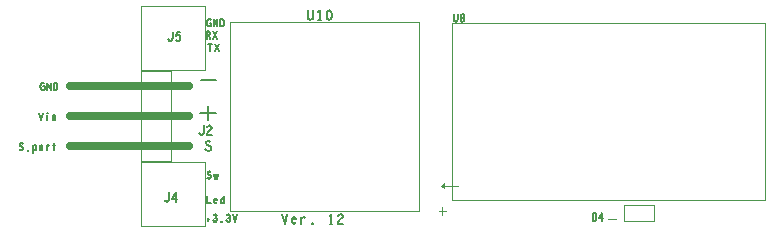
<source format=gto>
G04 ================== begin FILE IDENTIFICATION RECORD ==================*
G04 Layout Name:  RC-TranponderV12.brd*
G04 Film Name:    Silkscreen_top*
G04 File Format:  Gerber RS274X*
G04 File Origin:  Cadence Allegro 17.2-S042*
G04 Origin Date:  Fri Apr 26 16:06:40 2019*
G04 *
G04 Layer:  PACKAGE GEOMETRY/SILKSCREEN_TOP*
G04 Layer:  BOARD GEOMETRY/SILKSCREEN_TOP*
G04 Layer:  REF DES/SILKSCREEN_TOP*
G04 *
G04 Offset:    (0.0000 0.0000)*
G04 Mirror:    No*
G04 Mode:      Positive*
G04 Rotation:  0*
G04 FullContactRelief:  No*
G04 UndefLineWidth:     0.1500*
G04 ================== end FILE IDENTIFICATION RECORD ====================*
%FSAX55Y55*MOMM*%
%IR0*IPPOS*OFA0.00000B0.00000*MIA0B0*SFA1.00000B1.00000*%
%ADD10C,.1*%
%ADD11C,.2*%
%ADD12C,.13*%
%ADD13C,.64*%
%ADD14C,.15*%
G75*
%LPD*%
G75*
G54D10*
G01X-0004350000Y0000510000D02*
X-0003810000Y0000510000D01*
X-0003810000Y-0000030000D01*
X-0004350000Y-0000030000D01*
X-0004350000Y0000510000D01*
G01X-0004096000Y0000519000D02*
X-0004350000Y0000519000D01*
X-0004350000Y0001281000D01*
X-0004096000Y0001281000D01*
X-0004096000Y0000519000D01*
G01X-0004350000Y0001830000D02*
X-0003810000Y0001830000D01*
X-0003810000Y0001290000D01*
X-0004350000Y0001290000D01*
X-0004350000Y0001830000D01*
G01X-0003600000Y0000095000D02*
X-0002000000Y0000095000D01*
X-0002000000Y0001695000D01*
X-0003600000Y0001695000D01*
X-0003600000Y0000095000D01*
G01X-0001770000Y0000100000D02*
X-0001830000Y0000100000D01*
G01X-0001800000Y0000130000D02*
X-0001800000Y0000065000D01*
G01X-0001715000Y0000185000D02*
X-0001715000Y0001685000D01*
X0000935000Y0001685000D01*
X0000935000Y0000185000D01*
X-0001715000Y0000185000D01*
G01X-0001796000Y0000318000D02*
X-0001795000Y0000319000D01*
X-0001795000Y0000303000D01*
G01X-0001812000Y0000311000D02*
X-0001788000Y0000287000D01*
X-0001788000Y0000335000D01*
X-0001812000Y0000311000D01*
X-0001670000Y0000311000D01*
G01X-0000325000Y0000030000D02*
X-0000395000Y0000030000D01*
G01X-0000005000Y0000010000D02*
X-0000265000Y0000010000D01*
X-0000265000Y0000150000D01*
X-0000005000Y0000150000D01*
X-0000005000Y0000010000D01*
G01X0000935000Y0001685000D02*
X0000935000Y0000185000D01*
G54D11*
G01X-0003850000Y0000925000D02*
X-0003715000Y0000925000D01*
G01X-0003785000Y0000985000D02*
X-0003785000Y0000865000D01*
G01X-0003845000Y0001205000D02*
X-0003715000Y0001205000D01*
G54D12*
G01X-0004150670Y0000191000D02*
X-0004146000Y0000183000D01*
X-0004140400Y0000177670D01*
X-0004133870Y0000175000D01*
X-0004126400Y0000177670D01*
X-0004120800Y0000183000D01*
X-0004115200Y0000191000D01*
X-0004113330Y0000201670D01*
X-0004113330Y0000255000D01*
G01X-0004056800Y0000175000D02*
X-0004056800Y0000255000D01*
X-0004091330Y0000197670D01*
X-0004044670Y0000197670D01*
G01X-0004120670Y0001551000D02*
X-0004116000Y0001543000D01*
X-0004110400Y0001537670D01*
X-0004103870Y0001535000D01*
X-0004096400Y0001537670D01*
X-0004090800Y0001543000D01*
X-0004085200Y0001551000D01*
X-0004083330Y0001561670D01*
X-0004083330Y0001615000D01*
G01X-0004058530Y0001547000D02*
X-0004052930Y0001540330D01*
X-0004046400Y0001536330D01*
X-0004038000Y0001535000D01*
X-0004029600Y0001537670D01*
X-0004023070Y0001543000D01*
X-0004018400Y0001552330D01*
X-0004017470Y0001563000D01*
X-0004019330Y0001573670D01*
X-0004024000Y0001580330D01*
X-0004030530Y0001585670D01*
X-0004037070Y0001587000D01*
X-0004043600Y0001585670D01*
X-0004052000Y0001580330D01*
X-0004049200Y0001615000D01*
X-0004024000Y0001615000D01*
G01X-0003855670Y0000756000D02*
X-0003851000Y0000748000D01*
X-0003845400Y0000742670D01*
X-0003838870Y0000740000D01*
X-0003831400Y0000742670D01*
X-0003825800Y0000748000D01*
X-0003820200Y0000756000D01*
X-0003818330Y0000766670D01*
X-0003818330Y0000820000D01*
G01X-0003790730Y0000806670D02*
X-0003785130Y0000814670D01*
X-0003778600Y0000818670D01*
X-0003771130Y0000820000D01*
X-0003761800Y0000817330D01*
X-0003755270Y0000810670D01*
X-0003753400Y0000802670D01*
X-0003754330Y0000794660D01*
X-0003758070Y0000788000D01*
X-0003776730Y0000774670D01*
X-0003785130Y0000765330D01*
X-0003790730Y0000752000D01*
X-0003792600Y0000740000D01*
X-0003753400Y0000740000D01*
G54D13*
G01X-0003946000Y0000646000D02*
X-0004950000Y0000646000D01*
G01X-0003946000Y0001154000D02*
X-0004950000Y0001154000D01*
G01X-0003946000Y0000900000D02*
X-0004950000Y0000900000D01*
G54D14*
G01X-0005216610Y0000928500D02*
X-0005199680Y0000865000D01*
X-0005182750Y0000928500D01*
G01X-0005143800Y0000907330D02*
X-0005143800Y0000865000D01*
G01X-0005143800Y0000924270D02*
X-0005145150Y0000925320D01*
X-0005145150Y0000927440D01*
X-0005143800Y0000928500D01*
X-0005142450Y0000927440D01*
X-0005142450Y0000925320D01*
X-0005143800Y0000924270D01*
G01X-0005099440Y0000865000D02*
X-0005099440Y0000907330D01*
G01X-0005099440Y0000896750D02*
X-0005096730Y0000902040D01*
X-0005092660Y0000906270D01*
X-0005087240Y0000907330D01*
X-0005082500Y0000906270D01*
X-0005078440Y0000902040D01*
X-0005076400Y0000894630D01*
X-0005076400Y0000865000D01*
G01X-0005378900Y0000618460D02*
X-0005373490Y0000613170D01*
X-0005367390Y0000610000D01*
X-0005361970Y0000610000D01*
X-0005356550Y0000613170D01*
X-0005352490Y0000618460D01*
X-0005350460Y0000625880D01*
X-0005351810Y0000633280D01*
X-0005355200Y0000639630D01*
X-0005361290Y0000643870D01*
X-0005369420Y0000645980D01*
X-0005374160Y0000650220D01*
X-0005376200Y0000657620D01*
X-0005374840Y0000665030D01*
X-0005371450Y0000670320D01*
X-0005366710Y0000673500D01*
X-0005361970Y0000673500D01*
X-0005357230Y0000671380D01*
X-0005353160Y0000666090D01*
G01X-0005308800Y0000607880D02*
X-0005310150Y0000608940D01*
X-0005310150Y0000611060D01*
X-0005308800Y0000612120D01*
X-0005307450Y0000611060D01*
X-0005307450Y0000608940D01*
X-0005308800Y0000607880D01*
G01X-0005265110Y0000588830D02*
X-0005265110Y0000652330D01*
G01X-0005265110Y0000642810D02*
X-0005261730Y0000648100D01*
X-0005258340Y0000651270D01*
X-0005252920Y0000652330D01*
X-0005248180Y0000651270D01*
X-0005243440Y0000645980D01*
X-0005241400Y0000638570D01*
X-0005240730Y0000631170D01*
X-0005241400Y0000623760D01*
X-0005243440Y0000616350D01*
X-0005247500Y0000612120D01*
X-0005252920Y0000610000D01*
X-0005257660Y0000611060D01*
X-0005262400Y0000614230D01*
X-0005265110Y0000618460D01*
G01X-0005197040Y0000610000D02*
X-0005201100Y0000611060D01*
X-0005205170Y0000615290D01*
X-0005207880Y0000622700D01*
X-0005209230Y0000631170D01*
X-0005207880Y0000639630D01*
X-0005205170Y0000647040D01*
X-0005201100Y0000651270D01*
X-0005197040Y0000652330D01*
X-0005192980Y0000651270D01*
X-0005188910Y0000647040D01*
X-0005186200Y0000639630D01*
X-0005185520Y0000631170D01*
X-0005186200Y0000622700D01*
X-0005188910Y0000615290D01*
X-0005192980Y0000611060D01*
X-0005197040Y0000610000D01*
G01X-0005150640Y0000610000D02*
X-0005150640Y0000652330D01*
G01X-0005150640Y0000643870D02*
X-0005147260Y0000648100D01*
X-0005143870Y0000651270D01*
X-0005139130Y0000652330D01*
X-0005135740Y0000651270D01*
X-0005131680Y0000648100D01*
G01X-0005085280Y0000673500D02*
X-0005085280Y0000610000D01*
G01X-0005094760Y0000652330D02*
X-0005075800Y0000652330D01*
G01X-0005180620Y0001151750D02*
X-0005167070Y0001151750D01*
X-0005167070Y0001132700D01*
X-0005171130Y0001126350D01*
X-0005175870Y0001122120D01*
X-0005182650Y0001120000D01*
X-0005189420Y0001122120D01*
X-0005194160Y0001126350D01*
X-0005198230Y0001132700D01*
X-0005200940Y0001140110D01*
X-0005202290Y0001148570D01*
X-0005202290Y0001155980D01*
X-0005200940Y0001162330D01*
X-0005198230Y0001169740D01*
X-0005194160Y0001176090D01*
X-0005190100Y0001180320D01*
X-0005184680Y0001183500D01*
X-0005179940Y0001183500D01*
X-0005174520Y0001181380D01*
X-0005170460Y0001177150D01*
G01X-0005144380Y0001120000D02*
X-0005144380Y0001183500D01*
X-0005113220Y0001120000D01*
X-0005113220Y0001183500D01*
G01X-0005087820Y0001120000D02*
X-0005087820Y0001183500D01*
X-0005074270Y0001183500D01*
X-0005068860Y0001180320D01*
X-0005064790Y0001176090D01*
X-0005061400Y0001169740D01*
X-0005058700Y0001162330D01*
X-0005058020Y0001151750D01*
X-0005058700Y0001141170D01*
X-0005061400Y0001133760D01*
X-0005064790Y0001127410D01*
X-0005068860Y0001123170D01*
X-0005074270Y0001120000D01*
X-0005087820Y0001120000D01*
G01X-0003787130Y0000026170D02*
X-0003770870Y0000026170D01*
G01X-0003779680Y0000039930D02*
X-0003779680Y0000012410D01*
G01X-0003738700Y0000017700D02*
X-0003734640Y0000010290D01*
X-0003729220Y0000006060D01*
X-0003723120Y0000005000D01*
X-0003717700Y0000006060D01*
X-0003712280Y0000011350D01*
X-0003708900Y0000017700D01*
X-0003708220Y0000024050D01*
X-0003709580Y0000031460D01*
X-0003714320Y0000036750D01*
X-0003719060Y0000038870D01*
X-0003725150Y0000038870D01*
G01X-0003719060Y0000038870D02*
X-0003714990Y0000042040D01*
X-0003711610Y0000047330D01*
X-0003710250Y0000053680D01*
X-0003711610Y0000060030D01*
X-0003714990Y0000065320D01*
X-0003721090Y0000068500D01*
X-0003727190Y0000067440D01*
X-0003733280Y0000063210D01*
G01X-0003667920Y0000002880D02*
X-0003669270Y0000003940D01*
X-0003669270Y0000006060D01*
X-0003667920Y0000007120D01*
X-0003666570Y0000006060D01*
X-0003666570Y0000003940D01*
X-0003667920Y0000002880D01*
G01X-0003626940Y0000017700D02*
X-0003622880Y0000010290D01*
X-0003617460Y0000006060D01*
X-0003611360Y0000005000D01*
X-0003605940Y0000006060D01*
X-0003600520Y0000011350D01*
X-0003597140Y0000017700D01*
X-0003596460Y0000024050D01*
X-0003597820Y0000031460D01*
X-0003602560Y0000036750D01*
X-0003607300Y0000038870D01*
X-0003613390Y0000038870D01*
G01X-0003607300Y0000038870D02*
X-0003603230Y0000042040D01*
X-0003599850Y0000047330D01*
X-0003598490Y0000053680D01*
X-0003599850Y0000060030D01*
X-0003603230Y0000065320D01*
X-0003609330Y0000068500D01*
X-0003615430Y0000067440D01*
X-0003621520Y0000063210D01*
G01X-0003573090Y0000068500D02*
X-0003556160Y0000005000D01*
X-0003539230Y0000068500D01*
G01X-0003788230Y0000223500D02*
X-0003788230Y0000160000D01*
X-0003761130Y0000160000D01*
G01X-0003728960Y0000188570D02*
X-0003707280Y0000188570D01*
X-0003709320Y0000195980D01*
X-0003712700Y0000200220D01*
X-0003717450Y0000202330D01*
X-0003722190Y0000201270D01*
X-0003726250Y0000198100D01*
X-0003728960Y0000190690D01*
X-0003730320Y0000184340D01*
X-0003730320Y0000177990D01*
X-0003728960Y0000171640D01*
X-0003725570Y0000165290D01*
X-0003721510Y0000161060D01*
X-0003716770Y0000160000D01*
X-0003712030Y0000162120D01*
X-0003707280Y0000168460D01*
G01X-0003650730Y0000223500D02*
X-0003650730Y0000160000D01*
G01X-0003650730Y0000169520D02*
X-0003653440Y0000164230D01*
X-0003657500Y0000161060D01*
X-0003662240Y0000160000D01*
X-0003667660Y0000162120D01*
X-0003671730Y0000167410D01*
X-0003674440Y0000173760D01*
X-0003675110Y0000181170D01*
X-0003674440Y0000188570D01*
X-0003671730Y0000194930D01*
X-0003667660Y0000200220D01*
X-0003662240Y0000202330D01*
X-0003657500Y0000201270D01*
X-0003654110Y0000199160D01*
X-0003650730Y0000194930D01*
G01X-0003788900Y0000378460D02*
X-0003783490Y0000373170D01*
X-0003777390Y0000370000D01*
X-0003771970Y0000370000D01*
X-0003766550Y0000373170D01*
X-0003762490Y0000378460D01*
X-0003760460Y0000385880D01*
X-0003761810Y0000393280D01*
X-0003765200Y0000399630D01*
X-0003771290Y0000403870D01*
X-0003779420Y0000405980D01*
X-0003784160Y0000410220D01*
X-0003786200Y0000417620D01*
X-0003784840Y0000425030D01*
X-0003781450Y0000430320D01*
X-0003776710Y0000433500D01*
X-0003771970Y0000433500D01*
X-0003767230Y0000431380D01*
X-0003763160Y0000426090D01*
G01X-0003735730Y0000412330D02*
X-0003727610Y0000370000D01*
X-0003718800Y0000412330D01*
X-0003709990Y0000370000D01*
X-0003701870Y0000412330D01*
G01X-0003805870Y0000619810D02*
X-0003797830Y0000611350D01*
X-0003786570Y0000605000D01*
X-0003776910Y0000605000D01*
X-0003767260Y0000609230D01*
X-0003760830Y0000615580D01*
X-0003757610Y0000624050D01*
X-0003759220Y0000636750D01*
X-0003765650Y0000643100D01*
X-0003794610Y0000655800D01*
X-0003801040Y0000670620D01*
X-0003797830Y0000681200D01*
X-0003791390Y0000687550D01*
X-0003781740Y0000689660D01*
X-0003772090Y0000687550D01*
X-0003762440Y0000681200D01*
G01X-0003764680Y0001513500D02*
X-0003764680Y0001450000D01*
G01X-0003780260Y0001513500D02*
X-0003749100Y0001513500D01*
G01X-0003723020Y0001450000D02*
X-0003694580Y0001513500D01*
G01X-0003723020Y0001513500D02*
X-0003694580Y0001450000D01*
G01X-0003793230Y0001555000D02*
X-0003793230Y0001618500D01*
X-0003776290Y0001618500D01*
X-0003770870Y0001615320D01*
X-0003767490Y0001611090D01*
X-0003766130Y0001602620D01*
X-0003767490Y0001594160D01*
X-0003771550Y0001588870D01*
X-0003776290Y0001585690D01*
X-0003793230Y0001585690D01*
G01X-0003776290Y0001585690D02*
X-0003766130Y0001555000D01*
G01X-0003738020Y0001555000D02*
X-0003709580Y0001618500D01*
G01X-0003738020Y0001618500D02*
X-0003709580Y0001555000D01*
G01X-0003770620Y0001691750D02*
X-0003757070Y0001691750D01*
X-0003757070Y0001672700D01*
X-0003761130Y0001666350D01*
X-0003765870Y0001662120D01*
X-0003772650Y0001660000D01*
X-0003779420Y0001662120D01*
X-0003784160Y0001666350D01*
X-0003788230Y0001672700D01*
X-0003790940Y0001680110D01*
X-0003792290Y0001688570D01*
X-0003792290Y0001695980D01*
X-0003790940Y0001702330D01*
X-0003788230Y0001709740D01*
X-0003784160Y0001716090D01*
X-0003780100Y0001720320D01*
X-0003774680Y0001723500D01*
X-0003769940Y0001723500D01*
X-0003764520Y0001721380D01*
X-0003760460Y0001717150D01*
G01X-0003734380Y0001660000D02*
X-0003734380Y0001723500D01*
X-0003703220Y0001660000D01*
X-0003703220Y0001723500D01*
G01X-0003677820Y0001660000D02*
X-0003677820Y0001723500D01*
X-0003664270Y0001723500D01*
X-0003658860Y0001720320D01*
X-0003654790Y0001716090D01*
X-0003651400Y0001709740D01*
X-0003648700Y0001702330D01*
X-0003648020Y0001691750D01*
X-0003648700Y0001681170D01*
X-0003651400Y0001673760D01*
X-0003654790Y0001667410D01*
X-0003658860Y0001663170D01*
X-0003664270Y0001660000D01*
X-0003677820Y0001660000D01*
G01X-0003160130Y0000068740D02*
X-0003135790Y-0000010000D01*
X-0003111450Y0000068740D01*
G01X-0003071650Y0000025430D02*
X-0003040500Y0000025430D01*
X-0003043420Y0000034620D01*
X-0003048290Y0000039870D01*
X-0003055100Y0000042490D01*
X-0003061920Y0000041180D01*
X-0003067760Y0000037240D01*
X-0003071650Y0000028060D01*
X-0003073600Y0000020180D01*
X-0003073600Y0000012310D01*
X-0003071650Y0000004430D01*
X-0003066790Y-0000003440D01*
X-0003060940Y-0000008690D01*
X-0003054130Y-0000010000D01*
X-0003047310Y-0000007380D01*
X-0003040500Y0000000500D01*
G01X-0002991940Y-0000010000D02*
X-0002991940Y0000042490D01*
G01X-0002991940Y0000032000D02*
X-0002987070Y0000037240D01*
X-0002982200Y0000041180D01*
X-0002975390Y0000042490D01*
X-0002970520Y0000041180D01*
X-0002964680Y0000037240D01*
G01X-0002899570Y-0000012620D02*
X-0002901520Y-0000011310D01*
X-0002901520Y-0000008690D01*
X-0002899570Y-0000007380D01*
X-0002897620Y-0000008690D01*
X-0002897620Y-0000011310D01*
X-0002899570Y-0000012620D01*
G01X-0002742090Y-0000010000D02*
X-0002742090Y0000068740D01*
X-0002753770Y0000052990D01*
G01X-0002753770Y-0000010000D02*
X-0002730410Y-0000010000D01*
G01X-0002681850Y0000055620D02*
X-0002676010Y0000063490D01*
X-0002669190Y0000067430D01*
X-0002661400Y0000068740D01*
X-0002651670Y0000066120D01*
X-0002644850Y0000059550D01*
X-0002642900Y0000051680D01*
X-0002643880Y0000043800D01*
X-0002647770Y0000037240D01*
X-0002667240Y0000024120D01*
X-0002676010Y0000014930D01*
X-0002681850Y0000001810D01*
X-0002683800Y-0000010000D01*
X-0002642900Y-0000010000D01*
G01X-0002937210Y0001793740D02*
X-0002937210Y0001737310D01*
X-0002933320Y0001725500D01*
X-0002925530Y0001717620D01*
X-0002915790Y0001715000D01*
X-0002906050Y0001717620D01*
X-0002898260Y0001725500D01*
X-0002894370Y0001737310D01*
X-0002894370Y0001793740D01*
G01X-0002837050Y0001715000D02*
X-0002837050Y0001793740D01*
X-0002848730Y0001777990D01*
G01X-0002848730Y0001715000D02*
X-0002825370Y0001715000D01*
G01X-0002758310Y0001793740D02*
X-0002766100Y0001791120D01*
X-0002771940Y0001784550D01*
X-0002775840Y0001776680D01*
X-0002778760Y0001766180D01*
X-0002779730Y0001754370D01*
X-0002778760Y0001742560D01*
X-0002775840Y0001732060D01*
X-0002771940Y0001724180D01*
X-0002766100Y0001717620D01*
X-0002758310Y0001715000D01*
X-0002750520Y0001717620D01*
X-0002744680Y0001724180D01*
X-0002740780Y0001732060D01*
X-0002737860Y0001742560D01*
X-0002736890Y0001754370D01*
X-0002737860Y0001766180D01*
X-0002740780Y0001776680D01*
X-0002744680Y0001784550D01*
X-0002750520Y0001791120D01*
X-0002758310Y0001793740D01*
G01X-0001699580Y0001763500D02*
X-0001699580Y0001717990D01*
X-0001696870Y0001708460D01*
X-0001691450Y0001702120D01*
X-0001684680Y0001700000D01*
X-0001677910Y0001702120D01*
X-0001672490Y0001708460D01*
X-0001669780Y0001717990D01*
X-0001669780Y0001763500D01*
G01X-0001628800Y0001700000D02*
X-0001624060Y0001701060D01*
X-0001618640Y0001704230D01*
X-0001615250Y0001709520D01*
X-0001613900Y0001716930D01*
X-0001615250Y0001724340D01*
X-0001619320Y0001730690D01*
X-0001625410Y0001733870D01*
X-0001632190Y0001733870D01*
X-0001636250Y0001735980D01*
X-0001639640Y0001741270D01*
X-0001640990Y0001748680D01*
X-0001638960Y0001756090D01*
X-0001634220Y0001761380D01*
X-0001628800Y0001763500D01*
X-0001623380Y0001761380D01*
X-0001618640Y0001756090D01*
X-0001616610Y0001748680D01*
X-0001617960Y0001741270D01*
X-0001621350Y0001735980D01*
X-0001625410Y0001733870D01*
X-0001632190Y0001733870D01*
X-0001638280Y0001730690D01*
X-0001642350Y0001724340D01*
X-0001643700Y0001716930D01*
X-0001642350Y0001709520D01*
X-0001638960Y0001704230D01*
X-0001633540Y0001701060D01*
X-0001628800Y0001700000D01*
G01X-0000524580Y0000015000D02*
X-0000524580Y0000078500D01*
X-0000511030Y0000078500D01*
X-0000505620Y0000075320D01*
X-0000501550Y0000071090D01*
X-0000498160Y0000064740D01*
X-0000495460Y0000057330D01*
X-0000494780Y0000046750D01*
X-0000495460Y0000036170D01*
X-0000498160Y0000028760D01*
X-0000501550Y0000022410D01*
X-0000505620Y0000018170D01*
X-0000511030Y0000015000D01*
X-0000524580Y0000015000D01*
G01X-0000445670Y0000015000D02*
X-0000445670Y0000078500D01*
X-0000470730Y0000032990D01*
X-0000436870Y0000032990D01*
M02*

</source>
